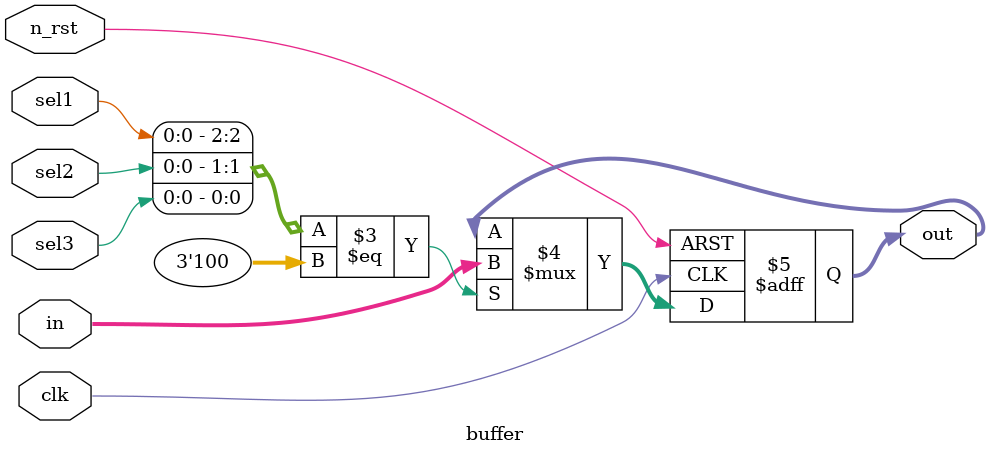
<source format=v>
module buffer(
    clk,
    n_rst,
    in,
    sel1,
    sel2,
    sel3,
    out
);

input clk;
input n_rst;
input [3:0] in;
input sel1;
input sel2;
input sel3;

output reg [3:0] out;

always @(posedge clk or negedge n_rst) begin
    if(!n_rst) begin
        out <= 4'h0;
    end
    else begin
        out <= ({sel1, sel2, sel3} == 3'b100) ? in : out;
    end
end

endmodule
</source>
